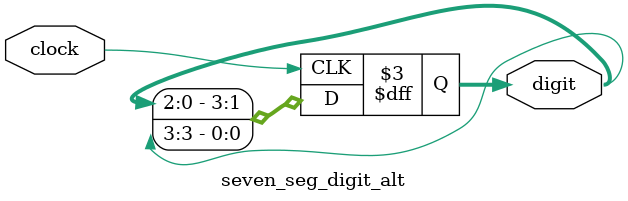
<source format=v>
module seven_seg_digit_alt(clock, digit);
	input clock;
	output reg [3:0] digit;
	
	// Valor inicial dos dígitos
	initial begin
		digit = 4'b1110; // Dígito 1 - MSB; Dígito 4 - LSB;
	end
	
	always @(posedge clock) begin
		digit <= {digit[2:0], digit[3]}; // Desloca o bit mais significativo para o final, tornando ele o menos significativo.
	end
endmodule

</source>
